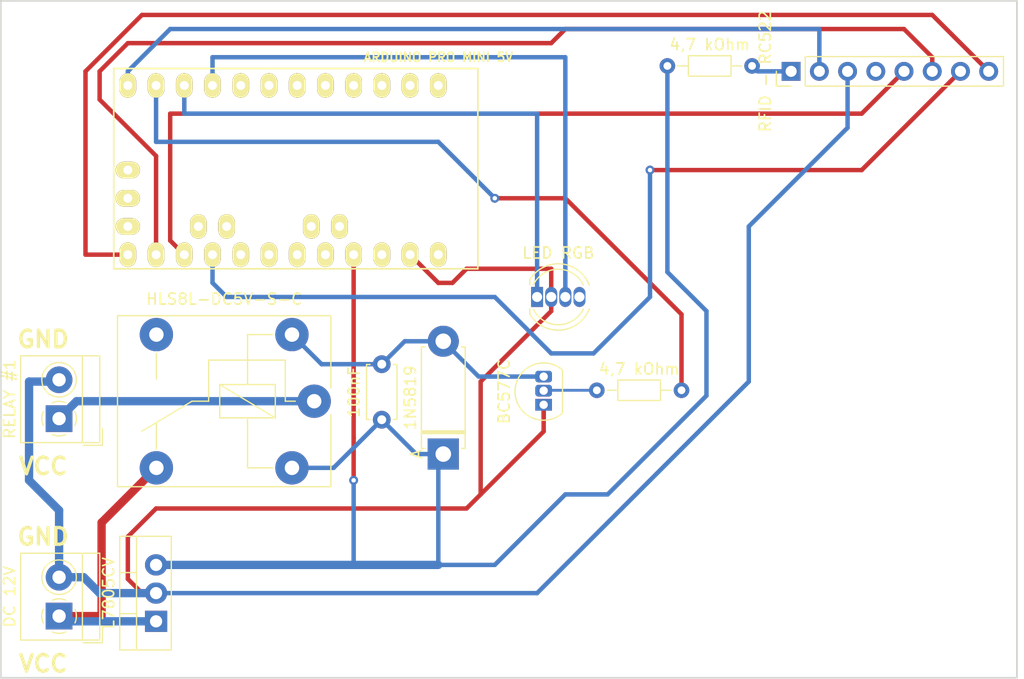
<source format=kicad_pcb>
(kicad_pcb (version 20171130) (host pcbnew "(5.1.5)-3")

  (general
    (thickness 1.6)
    (drawings 9)
    (tracks 115)
    (zones 0)
    (modules 12)
    (nets 1)
  )

  (page A4)
  (layers
    (0 F.Cu signal)
    (31 B.Cu signal)
    (32 B.Adhes user)
    (33 F.Adhes user)
    (34 B.Paste user)
    (35 F.Paste user)
    (36 B.SilkS user)
    (37 F.SilkS user)
    (38 B.Mask user)
    (39 F.Mask user)
    (40 Dwgs.User user)
    (41 Cmts.User user)
    (42 Eco1.User user)
    (43 Eco2.User user)
    (44 Edge.Cuts user)
    (45 Margin user)
    (46 B.CrtYd user)
    (47 F.CrtYd user)
    (48 B.Fab user)
    (49 F.Fab user)
  )

  (setup
    (last_trace_width 0.25)
    (user_trace_width 0.4)
    (user_trace_width 0.75)
    (trace_clearance 0.2)
    (zone_clearance 0.508)
    (zone_45_only no)
    (trace_min 0.2)
    (via_size 0.8)
    (via_drill 0.4)
    (via_min_size 0.4)
    (via_min_drill 0.3)
    (uvia_size 0.3)
    (uvia_drill 0.1)
    (uvias_allowed no)
    (uvia_min_size 0.2)
    (uvia_min_drill 0.1)
    (edge_width 0.05)
    (segment_width 0.2)
    (pcb_text_width 0.3)
    (pcb_text_size 1.5 1.5)
    (mod_edge_width 0.12)
    (mod_text_size 1 1)
    (mod_text_width 0.15)
    (pad_size 2.4 2.4)
    (pad_drill 1.2)
    (pad_to_mask_clearance 0.051)
    (solder_mask_min_width 0.25)
    (aux_axis_origin 0 0)
    (visible_elements 7FFFFFFF)
    (pcbplotparams
      (layerselection 0x010fc_ffffffff)
      (usegerberextensions false)
      (usegerberattributes false)
      (usegerberadvancedattributes false)
      (creategerberjobfile false)
      (excludeedgelayer false)
      (linewidth 0.100000)
      (plotframeref false)
      (viasonmask false)
      (mode 1)
      (useauxorigin true)
      (hpglpennumber 1)
      (hpglpenspeed 20)
      (hpglpendiameter 15.000000)
      (psnegative false)
      (psa4output false)
      (plotreference true)
      (plotvalue true)
      (plotinvisibletext false)
      (padsonsilk false)
      (subtractmaskfromsilk false)
      (outputformat 1)
      (mirror false)
      (drillshape 0)
      (scaleselection 1)
      (outputdirectory "GERBER/"))
  )

  (net 0 "")

  (net_class Default "To jest domyślna klasa połączeń."
    (clearance 0.2)
    (trace_width 0.25)
    (via_dia 0.8)
    (via_drill 0.4)
    (uvia_dia 0.3)
    (uvia_drill 0.1)
  )

  (module Resistor_THT:R_Axial_DIN0204_L3.6mm_D1.6mm_P7.62mm_Horizontal (layer F.Cu) (tedit 5AE5139B) (tstamp 5ED158F4)
    (at 82.84464 101.11232)
    (descr "Resistor, Axial_DIN0204 series, Axial, Horizontal, pin pitch=7.62mm, 0.167W, length*diameter=3.6*1.6mm^2, http://cdn-reichelt.de/documents/datenblatt/B400/1_4W%23YAG.pdf")
    (tags "Resistor Axial_DIN0204 series Axial Horizontal pin pitch 7.62mm 0.167W length 3.6mm diameter 1.6mm")
    (fp_text reference "4,7 kOhm" (at 3.81 -1.92) (layer F.SilkS)
      (effects (font (size 1 1) (thickness 0.15)))
    )
    (fp_text value 1 (at 3.81 1.92) (layer F.Fab) hide
      (effects (font (size 1 1) (thickness 0.15)))
    )
    (fp_line (start 8.57 -1.05) (end -0.95 -1.05) (layer F.CrtYd) (width 0.05))
    (fp_line (start 8.57 1.05) (end 8.57 -1.05) (layer F.CrtYd) (width 0.05))
    (fp_line (start -0.95 1.05) (end 8.57 1.05) (layer F.CrtYd) (width 0.05))
    (fp_line (start -0.95 -1.05) (end -0.95 1.05) (layer F.CrtYd) (width 0.05))
    (fp_line (start 6.68 0) (end 5.73 0) (layer F.SilkS) (width 0.12))
    (fp_line (start 0.94 0) (end 1.89 0) (layer F.SilkS) (width 0.12))
    (fp_line (start 5.73 -0.92) (end 1.89 -0.92) (layer F.SilkS) (width 0.12))
    (fp_line (start 5.73 0.92) (end 5.73 -0.92) (layer F.SilkS) (width 0.12))
    (fp_line (start 1.89 0.92) (end 5.73 0.92) (layer F.SilkS) (width 0.12))
    (fp_line (start 1.89 -0.92) (end 1.89 0.92) (layer F.SilkS) (width 0.12))
    (fp_line (start 7.62 0) (end 5.61 0) (layer F.Fab) (width 0.1))
    (fp_line (start 0 0) (end 2.01 0) (layer F.Fab) (width 0.1))
    (fp_line (start 5.61 -0.8) (end 2.01 -0.8) (layer F.Fab) (width 0.1))
    (fp_line (start 5.61 0.8) (end 5.61 -0.8) (layer F.Fab) (width 0.1))
    (fp_line (start 2.01 0.8) (end 5.61 0.8) (layer F.Fab) (width 0.1))
    (fp_line (start 2.01 -0.8) (end 2.01 0.8) (layer F.Fab) (width 0.1))
    (fp_text user %R (at 3.81 0) (layer F.Fab)
      (effects (font (size 0.72 0.72) (thickness 0.108)))
    )
    (pad 2 thru_hole oval (at 7.62 0) (size 1.4 1.4) (drill 0.7) (layers *.Cu *.Mask))
    (pad 1 thru_hole circle (at 0 0) (size 1.4 1.4) (drill 0.7) (layers *.Cu *.Mask))
    (model ${KISYS3DMOD}/Resistor_THT.3dshapes/R_Axial_DIN0204_L3.6mm_D1.6mm_P7.62mm_Horizontal.wrl
      (at (xyz 0 0 0))
      (scale (xyz 1 1 1))
      (rotate (xyz 0 0 0))
    )
  )

  (module Connector_PinHeader_2.54mm:PinHeader_1x08_P2.54mm_Vertical (layer F.Cu) (tedit 59FED5CC) (tstamp 5ED1587F)
    (at 93.98 101.6 90)
    (descr "Through hole straight pin header, 1x08, 2.54mm pitch, single row")
    (tags "Through hole pin header THT 1x08 2.54mm single row")
    (fp_text reference "RFID - RC522" (at 0 -2.33 90) (layer F.SilkS)
      (effects (font (size 1 1) (thickness 0.15)))
    )
    (fp_text value 1 (at 0 20.11 90) (layer F.Fab)
      (effects (font (size 1 1) (thickness 0.15)))
    )
    (fp_line (start 1.8 -1.8) (end -1.8 -1.8) (layer F.CrtYd) (width 0.05))
    (fp_line (start 1.8 19.55) (end 1.8 -1.8) (layer F.CrtYd) (width 0.05))
    (fp_line (start -1.8 19.55) (end 1.8 19.55) (layer F.CrtYd) (width 0.05))
    (fp_line (start -1.8 -1.8) (end -1.8 19.55) (layer F.CrtYd) (width 0.05))
    (fp_line (start -1.33 -1.33) (end 0 -1.33) (layer F.SilkS) (width 0.12))
    (fp_line (start -1.33 0) (end -1.33 -1.33) (layer F.SilkS) (width 0.12))
    (fp_line (start -1.33 1.27) (end 1.33 1.27) (layer F.SilkS) (width 0.12))
    (fp_line (start 1.33 1.27) (end 1.33 19.11) (layer F.SilkS) (width 0.12))
    (fp_line (start -1.33 1.27) (end -1.33 19.11) (layer F.SilkS) (width 0.12))
    (fp_line (start -1.33 19.11) (end 1.33 19.11) (layer F.SilkS) (width 0.12))
    (fp_line (start -1.27 -0.635) (end -0.635 -1.27) (layer F.Fab) (width 0.1))
    (fp_line (start -1.27 19.05) (end -1.27 -0.635) (layer F.Fab) (width 0.1))
    (fp_line (start 1.27 19.05) (end -1.27 19.05) (layer F.Fab) (width 0.1))
    (fp_line (start 1.27 -1.27) (end 1.27 19.05) (layer F.Fab) (width 0.1))
    (fp_line (start -0.635 -1.27) (end 1.27 -1.27) (layer F.Fab) (width 0.1))
    (pad 8 thru_hole oval (at 0 17.78 90) (size 1.7 1.7) (drill 1) (layers *.Cu *.Mask))
    (pad 7 thru_hole oval (at 0 15.24 90) (size 1.7 1.7) (drill 1) (layers *.Cu *.Mask))
    (pad 6 thru_hole oval (at 0 12.7 90) (size 1.7 1.7) (drill 1) (layers *.Cu *.Mask))
    (pad 5 thru_hole oval (at 0 10.16 90) (size 1.7 1.7) (drill 1) (layers *.Cu *.Mask))
    (pad 4 thru_hole oval (at 0 7.62 90) (size 1.7 1.7) (drill 1) (layers *.Cu *.Mask))
    (pad 3 thru_hole oval (at 0 5.08 90) (size 1.7 1.7) (drill 1) (layers *.Cu *.Mask))
    (pad 2 thru_hole oval (at 0 2.54 90) (size 1.7 1.7) (drill 1) (layers *.Cu *.Mask))
    (pad 1 thru_hole rect (at 0 0 90) (size 1.7 1.7) (drill 1) (layers *.Cu *.Mask))
    (model ${KISYS3DMOD}/Connector_PinHeader_2.54mm.3dshapes/PinHeader_1x08_P2.54mm_Vertical.wrl
      (at (xyz 0 0 0))
      (scale (xyz 1 1 1))
      (rotate (xyz 0 0 0))
    )
  )

  (module LED_THT:LED_D5.0mm-4_RGB (layer F.Cu) (tedit 5B74EEBE) (tstamp 5ED13C3F)
    (at 71.12 121.92)
    (descr "LED, diameter 5.0mm, 2 pins, diameter 5.0mm, 3 pins, diameter 5.0mm, 4 pins, http://www.kingbright.com/attachments/file/psearch/000/00/00/L-154A4SUREQBFZGEW(Ver.9A).pdf")
    (tags "LED diameter 5.0mm 2 pins diameter 5.0mm 3 pins diameter 5.0mm 4 pins RGB RGBLED")
    (fp_text reference "LED RGB" (at 1.905 -3.96) (layer F.SilkS)
      (effects (font (size 1 1) (thickness 0.15)))
    )
    (fp_text value LED_D5.0mm-4_RGB (at 1.905 3.96) (layer F.Fab)
      (effects (font (size 1 1) (thickness 0.15)))
    )
    (fp_line (start 5.15 -3.25) (end -1.35 -3.25) (layer F.CrtYd) (width 0.05))
    (fp_line (start 5.15 3.25) (end 5.15 -3.25) (layer F.CrtYd) (width 0.05))
    (fp_line (start -1.35 3.25) (end 5.15 3.25) (layer F.CrtYd) (width 0.05))
    (fp_line (start -1.35 -3.25) (end -1.35 3.25) (layer F.CrtYd) (width 0.05))
    (fp_line (start -0.655 1.08) (end -0.655 1.545) (layer F.SilkS) (width 0.12))
    (fp_line (start -0.655 -1.545) (end -0.655 -1.08) (layer F.SilkS) (width 0.12))
    (fp_line (start -0.595 -1.469694) (end -0.595 1.469694) (layer F.Fab) (width 0.1))
    (fp_circle (center 1.905 0) (end 4.405 0) (layer F.Fab) (width 0.1))
    (fp_text user %R (at 1.905 -3.96) (layer F.Fab)
      (effects (font (size 1 1) (thickness 0.15)))
    )
    (fp_arc (start 1.905 0) (end -0.349684 1.08) (angle -128.8) (layer F.SilkS) (width 0.12))
    (fp_arc (start 1.905 0) (end -0.349684 -1.08) (angle 128.8) (layer F.SilkS) (width 0.12))
    (fp_arc (start 1.905 0) (end -0.655 1.54483) (angle -127.7) (layer F.SilkS) (width 0.12))
    (fp_arc (start 1.905 0) (end -0.655 -1.54483) (angle 127.7) (layer F.SilkS) (width 0.12))
    (fp_arc (start 1.905 0) (end -0.595 -1.469694) (angle 299.1) (layer F.Fab) (width 0.1))
    (pad 4 thru_hole oval (at 3.81 0) (size 1.07 1.8) (drill 0.9) (layers *.Cu *.Mask))
    (pad 3 thru_hole oval (at 2.54 0) (size 1.07 1.8) (drill 0.9) (layers *.Cu *.Mask))
    (pad 2 thru_hole oval (at 1.27 0) (size 1.07 1.8) (drill 0.9) (layers *.Cu *.Mask))
    (pad 1 thru_hole rect (at 0 0) (size 1.07 1.8) (drill 0.9) (layers *.Cu *.Mask))
    (model ${KISYS3DMOD}/LED_THT.3dshapes/LED_D5.0mm-4_RGB.wrl
      (at (xyz 0 0 0))
      (scale (xyz 1 1 1))
      (rotate (xyz 0 0 0))
    )
  )

  (module mysensors_arduino:pro_mini (layer F.Cu) (tedit 55A3E6CB) (tstamp 5ED1386C)
    (at 48.26 110.49 180)
    (descr "IC, ARDUINO_PRO_MINI x 0,6\"")
    (tags "DIL ARDUINO PRO MINI")
    (fp_text reference "ARDUINO PRO MINI 5V" (at -13.97 10.16) (layer F.SilkS)
      (effects (font (size 0.8 0.8) (thickness 0.16)))
    )
    (fp_text value ArduinoProMini (at 0 0) (layer F.Fab) hide
      (effects (font (size 0.8 0.8) (thickness 0.16)))
    )
    (fp_line (start -17.526 -8.89) (end 15.24 -8.89) (layer F.SilkS) (width 0.15))
    (fp_line (start 15.24 9.144) (end -17.526 9.144) (layer F.SilkS) (width 0.15))
    (fp_line (start -17.526 -8.89) (end -17.526 9.144) (layer F.SilkS) (width 0.15))
    (fp_line (start 15.24 9.144) (end 15.24 -8.89) (layer F.SilkS) (width 0.15))
    (pad 29 thru_hole oval (at 13.97 0 180) (size 2.19964 1.50114) (drill 0.8001) (layers *.Cu *.Mask F.SilkS))
    (pad 28 thru_hole oval (at 13.97 -2.54 180) (size 2.19964 1.50114) (drill 0.8001) (layers *.Cu *.Mask F.SilkS))
    (pad 27 thru_hole oval (at 13.97 -5.08 180) (size 2.19964 1.50114) (drill 0.8001) (layers *.Cu *.Mask F.SilkS))
    (pad 26 thru_hole oval (at -5.08 -5.08 180) (size 1.50114 2.19964) (drill 0.8001) (layers *.Cu *.Mask F.SilkS))
    (pad 25 thru_hole oval (at -2.54 -5.08 180) (size 1.50114 2.19964) (drill 0.8001) (layers *.Cu *.Mask F.SilkS))
    (pad 24 thru_hole oval (at -13.97 -7.62 180) (size 1.50114 2.19964) (drill 0.8001) (layers *.Cu *.Mask F.SilkS))
    (pad 23 thru_hole oval (at -11.43 -7.62 180) (size 1.50114 2.19964) (drill 0.8001) (layers *.Cu *.Mask F.SilkS))
    (pad 22 thru_hole oval (at -8.89 -7.62 180) (size 1.50114 2.19964) (drill 0.8001) (layers *.Cu *.Mask F.SilkS))
    (pad 21 thru_hole oval (at -6.35 -7.62 180) (size 1.50114 2.19964) (drill 0.8001) (layers *.Cu *.Mask F.SilkS))
    (pad 20 thru_hole oval (at -3.81 -7.62 180) (size 1.50114 2.19964) (drill 0.8001) (layers *.Cu *.Mask F.SilkS))
    (pad 19 thru_hole oval (at -1.27 -7.62 180) (size 1.50114 2.19964) (drill 0.8001) (layers *.Cu *.Mask F.SilkS))
    (pad 18 thru_hole oval (at 1.27 -7.62 180) (size 1.50114 2.19964) (drill 0.8001) (layers *.Cu *.Mask F.SilkS))
    (pad 17 thru_hole oval (at 3.81 -7.62 180) (size 1.50114 2.19964) (drill 0.8001) (layers *.Cu *.Mask F.SilkS))
    (pad 16 thru_hole oval (at 6.35 -7.62 180) (size 1.50114 2.19964) (drill 0.8001) (layers *.Cu *.Mask F.SilkS))
    (pad 15 thru_hole oval (at 8.89 -7.62 180) (size 1.50114 2.19964) (drill 0.8001) (layers *.Cu *.Mask F.SilkS))
    (pad 14 thru_hole oval (at 11.43 -7.62 180) (size 1.50114 2.19964) (drill 0.8001) (layers *.Cu *.Mask F.SilkS))
    (pad 13 thru_hole oval (at 13.97 -7.62 180) (size 1.50114 2.19964) (drill 0.8001) (layers *.Cu *.Mask F.SilkS))
    (pad 12 thru_hole oval (at 13.97 7.62 180) (size 1.50114 2.19964) (drill 0.8001) (layers *.Cu *.Mask F.SilkS))
    (pad 11 thru_hole oval (at 11.43 7.62 180) (size 1.50114 2.19964) (drill 0.8001) (layers *.Cu *.Mask F.SilkS))
    (pad 10 thru_hole oval (at 8.89 7.62 180) (size 1.50114 2.19964) (drill 0.8001) (layers *.Cu *.Mask F.SilkS))
    (pad 9 thru_hole oval (at 6.35 7.62 180) (size 1.50114 2.19964) (drill 0.8001) (layers *.Cu *.Mask F.SilkS))
    (pad 8 thru_hole oval (at 3.81 7.62 180) (size 1.50114 2.19964) (drill 0.8001) (layers *.Cu *.Mask F.SilkS))
    (pad 7 thru_hole oval (at 1.27 7.62 180) (size 1.50114 2.19964) (drill 0.8001) (layers *.Cu *.Mask F.SilkS))
    (pad 6 thru_hole oval (at -1.27 7.62 180) (size 1.50114 2.19964) (drill 0.8001) (layers *.Cu *.Mask F.SilkS))
    (pad 5 thru_hole oval (at -3.81 7.62 180) (size 1.50114 2.19964) (drill 0.8001) (layers *.Cu *.Mask F.SilkS))
    (pad 4 thru_hole oval (at -6.35 7.62 180) (size 1.50114 2.19964) (drill 0.8001) (layers *.Cu *.Mask F.SilkS))
    (pad 3 thru_hole oval (at -8.89 7.62 180) (size 1.50114 2.19964) (drill 0.8001) (layers *.Cu *.Mask F.SilkS))
    (pad 2 thru_hole oval (at -11.43 7.62 180) (size 1.50114 2.19964) (drill 0.8001) (layers *.Cu *.Mask F.SilkS))
    (pad 1 thru_hole oval (at -13.97 7.62 180) (size 1.50114 2.19964) (drill 0.8001) (layers *.Cu *.Mask F.SilkS))
    (pad 27 thru_hole oval (at 7.62 -5.08 180) (size 1.50114 2.19964) (drill 0.8001) (layers *.Cu *.Mask F.SilkS))
    (pad 28 thru_hole oval (at 5.08 -5.08 180) (size 1.50114 2.19964) (drill 0.8001) (layers *.Cu *.Mask F.SilkS))
    (model Socket_Strips.3dshapes/Socket_Strip_Straight_1x02_Pitch2.54mm.wrl
      (offset (xyz -3.809999942779541 5.079999923706055 0))
      (scale (xyz 1 1 1))
      (rotate (xyz 0 0 0))
    )
    (model Socket_Strips.3dshapes/Socket_Strip_Straight_1x03_Pitch2.54mm.wrl
      (offset (xyz 13.96999979019165 2.539999961853027 0))
      (scale (xyz 1 1 1))
      (rotate (xyz 0 0 90))
    )
    (model Socket_Strips.3dshapes/Socket_Strip_Straight_1x12_Pitch2.54mm.wrl
      (offset (xyz 0 7.619999885559082 0))
      (scale (xyz 1 1 1))
      (rotate (xyz 0 0 0))
    )
    (model Socket_Strips.3dshapes/Socket_Strip_Straight_1x12_Pitch2.54mm.wrl
      (offset (xyz 0 -7.619999885559082 0))
      (scale (xyz 1 1 1))
      (rotate (xyz 0 0 0))
    )
    (model Socket_Strips.3dshapes/Socket_Strip_Straight_1x02_Pitch2.54mm.wrl
      (offset (xyz 6.349999904632568 5.079999923706055 0))
      (scale (xyz 1 1 1))
      (rotate (xyz 0 0 0))
    )
    (model ${MYSLOCAL}/mysensors.3dshapes/mysensors_arduino.3dshapes/arduino_pro_mini.wrl
      (offset (xyz -1.269999980926514 0 12.19199981689453))
      (scale (xyz 0.395 0.395 0.395))
      (rotate (xyz 0 0 180))
    )
    (model SMD_Packages.3dshapes/TQFP-32.wrl
      (offset (xyz 1.269999980926514 0 13.01749980449676))
      (scale (xyz 1 1 1))
      (rotate (xyz 0 0 315))
    )
    (model Pin_Headers.3dshapes/Pin_Header_Straight_1x12_Pitch2.54mm.wrl
      (offset (xyz 13.96999979019165 -7.619999885559082 11.30299983024597))
      (scale (xyz 1 1 1))
      (rotate (xyz 0 180 90))
    )
    (model Pin_Headers.3dshapes/Pin_Header_Straight_1x12_Pitch2.54mm.wrl
      (offset (xyz 13.96999979019165 7.619999885559082 11.30299983024597))
      (scale (xyz 1 1 1))
      (rotate (xyz 0 180 90))
    )
    (model Pin_Headers.3dshapes/Pin_Header_Straight_1x03_Pitch2.54mm.wrl
      (offset (xyz 13.96999979019165 5.079999923706055 11.30299983024597))
      (scale (xyz 1 1 1))
      (rotate (xyz 0 180 0))
    )
    (model Pin_Headers.3dshapes/Pin_Header_Straight_1x02_Pitch2.54mm.wrl
      (offset (xyz 7.619999885559082 5.079999923706055 11.30299983024597))
      (scale (xyz 1 1 1))
      (rotate (xyz 0 180 90))
    )
    (model Pin_Headers.3dshapes/Pin_Header_Straight_1x02_Pitch2.54mm.wrl
      (offset (xyz -2.539999961853027 5.079999923706055 11.30299983024597))
      (scale (xyz 1 1 1))
      (rotate (xyz 0 180 90))
    )
    (model ${MYSLOCAL}/mysensors.3dshapes/w.lain.3dshapes/smd_leds/led_0603.wrl
      (offset (xyz -7.619999885559082 0 13.01749980449676))
      (scale (xyz 1 1 1))
      (rotate (xyz 0 0 0))
    )
    (model ${MYSLOCAL}/mysensors.3dshapes/w.lain.3dshapes/smd_leds/led_0603.wrl
      (offset (xyz 13.96999979019165 -4.444999933242798 13.01749980449676))
      (scale (xyz 1 1 1))
      (rotate (xyz 0 0 0))
    )
    (model Pin_Headers.3dshapes/Pin_Header_Angled_1x06_Pitch2.54mm.wrl
      (offset (xyz -16.50999975204468 -6.349999904632568 13.01749980449676))
      (scale (xyz 1 1 1))
      (rotate (xyz 0 0 180))
    )
    (model Resistors_SMD.3dshapes/R_0603.wrl
      (offset (xyz -7.619999885559082 -1.269999980926514 13.01749980449676))
      (scale (xyz 1 1 1))
      (rotate (xyz 0 0 0))
    )
    (model Resistors_SMD.3dshapes/R_0603.wrl
      (offset (xyz 13.96999979019165 -3.174999952316284 13.01749980449676))
      (scale (xyz 1 1 1))
      (rotate (xyz 0 0 0))
    )
    (model Capacitors_SMD.3dshapes/C_0603.wrl
      (offset (xyz -7.619999885559082 1.269999980926514 13.01749980449676))
      (scale (xyz 1 1 1))
      (rotate (xyz 0 0 0))
    )
    (model Capacitors_Tantalum_SMD.3dshapes/CP_Tantalum_Case-S_EIA-3216-12.wrl
      (offset (xyz -8.889999866485596 3.809999942779541 13.01749980449676))
      (scale (xyz 1 1 1))
      (rotate (xyz 0 0 0))
    )
    (model Capacitors_Tantalum_SMD.3dshapes/CP_Tantalum_Case-S_EIA-3216-12.wrl
      (offset (xyz -8.889999866485596 -3.809999942779541 13.01749980449676))
      (scale (xyz 1 1 1))
      (rotate (xyz 0 0 0))
    )
    (model TO_SOT_Packages_SMD.3dshapes/SOT-23-5.wrl
      (offset (xyz -10.15999984741211 0 13.01749980449676))
      (scale (xyz 1 1 1))
      (rotate (xyz 0 0 90))
    )
    (model Capacitors_SMD.3dshapes/C_1210.wrl
      (offset (xyz -12.69999980926514 0 13.01749980449676))
      (scale (xyz 1 1 1))
      (rotate (xyz 0 0 90))
    )
    (model ${MYSLOCAL}/mysensors.3dshapes/w.lain.3dshapes/switch/smd_push.wrl
      (offset (xyz 10.15999984741211 0 13.01749980449676))
      (scale (xyz 1 1 1))
      (rotate (xyz 0 0 90))
    )
  )

  (module TerminalBlock_4Ucon:TerminalBlock_4Ucon_1x02_P3.50mm_Horizontal (layer F.Cu) (tedit 5B294E91) (tstamp 5ED13C32)
    (at 28.10256 150.65756 90)
    (descr "Terminal Block 4Ucon ItemNo. 19963, 2 pins, pitch 3.5mm, size 7.7x7mm^2, drill diamater 1.2mm, pad diameter 2.4mm, see http://www.4uconnector.com/online/object/4udrawing/19963.pdf, script-generated using https://github.com/pointhi/kicad-footprint-generator/scripts/TerminalBlock_4Ucon")
    (tags "THT Terminal Block 4Ucon ItemNo. 19963 pitch 3.5mm size 7.7x7mm^2 drill 1.2mm pad 2.4mm")
    (fp_text reference "DC 12V" (at 1.75 -4.46 90) (layer F.SilkS)
      (effects (font (size 1 1) (thickness 0.15)))
    )
    (fp_text value 1 (at 1.75 4.66 90) (layer F.Fab) hide
      (effects (font (size 1 1) (thickness 0.15)))
    )
    (fp_circle (center 0 0) (end 1.375 0) (layer F.Fab) (width 0.1))
    (fp_circle (center 3.5 0) (end 4.875 0) (layer F.Fab) (width 0.1))
    (fp_circle (center 3.5 0) (end 5.055 0) (layer F.SilkS) (width 0.12))
    (fp_line (start -2.1 -3.4) (end 5.6 -3.4) (layer F.Fab) (width 0.1))
    (fp_line (start 5.6 -3.4) (end 5.6 3.6) (layer F.Fab) (width 0.1))
    (fp_line (start 5.6 3.6) (end -0.6 3.6) (layer F.Fab) (width 0.1))
    (fp_line (start -0.6 3.6) (end -2.1 2.1) (layer F.Fab) (width 0.1))
    (fp_line (start -2.1 2.1) (end -2.1 -3.4) (layer F.Fab) (width 0.1))
    (fp_line (start -2.1 2.1) (end 5.6 2.1) (layer F.Fab) (width 0.1))
    (fp_line (start -2.16 2.1) (end 5.66 2.1) (layer F.SilkS) (width 0.12))
    (fp_line (start -2.16 -3.46) (end 5.66 -3.46) (layer F.SilkS) (width 0.12))
    (fp_line (start -2.16 3.66) (end 5.66 3.66) (layer F.SilkS) (width 0.12))
    (fp_line (start -2.16 -3.46) (end -2.16 3.66) (layer F.SilkS) (width 0.12))
    (fp_line (start 5.66 -3.46) (end 5.66 3.66) (layer F.SilkS) (width 0.12))
    (fp_line (start -1.1 -0.069) (end -0.069 -0.069) (layer F.Fab) (width 0.1))
    (fp_line (start -0.069 -0.069) (end -0.069 -1.1) (layer F.Fab) (width 0.1))
    (fp_line (start -0.069 -1.1) (end 0.069 -1.1) (layer F.Fab) (width 0.1))
    (fp_line (start 0.069 -1.1) (end 0.069 -0.069) (layer F.Fab) (width 0.1))
    (fp_line (start 0.069 -0.069) (end 1.1 -0.069) (layer F.Fab) (width 0.1))
    (fp_line (start 1.1 -0.069) (end 1.1 0.069) (layer F.Fab) (width 0.1))
    (fp_line (start 1.1 0.069) (end 0.069 0.069) (layer F.Fab) (width 0.1))
    (fp_line (start 0.069 0.069) (end 0.069 1.1) (layer F.Fab) (width 0.1))
    (fp_line (start 0.069 1.1) (end -0.069 1.1) (layer F.Fab) (width 0.1))
    (fp_line (start -0.069 1.1) (end -0.069 0.069) (layer F.Fab) (width 0.1))
    (fp_line (start -0.069 0.069) (end -1.1 0.069) (layer F.Fab) (width 0.1))
    (fp_line (start -1.1 0.069) (end -1.1 -0.069) (layer F.Fab) (width 0.1))
    (fp_line (start 2.4 -0.069) (end 3.431 -0.069) (layer F.Fab) (width 0.1))
    (fp_line (start 3.431 -0.069) (end 3.431 -1.1) (layer F.Fab) (width 0.1))
    (fp_line (start 3.431 -1.1) (end 3.569 -1.1) (layer F.Fab) (width 0.1))
    (fp_line (start 3.569 -1.1) (end 3.569 -0.069) (layer F.Fab) (width 0.1))
    (fp_line (start 3.569 -0.069) (end 4.6 -0.069) (layer F.Fab) (width 0.1))
    (fp_line (start 4.6 -0.069) (end 4.6 0.069) (layer F.Fab) (width 0.1))
    (fp_line (start 4.6 0.069) (end 3.569 0.069) (layer F.Fab) (width 0.1))
    (fp_line (start 3.569 0.069) (end 3.569 1.1) (layer F.Fab) (width 0.1))
    (fp_line (start 3.569 1.1) (end 3.431 1.1) (layer F.Fab) (width 0.1))
    (fp_line (start 3.431 1.1) (end 3.431 0.069) (layer F.Fab) (width 0.1))
    (fp_line (start 3.431 0.069) (end 2.4 0.069) (layer F.Fab) (width 0.1))
    (fp_line (start 2.4 0.069) (end 2.4 -0.069) (layer F.Fab) (width 0.1))
    (fp_line (start -2.4 2.16) (end -2.4 3.9) (layer F.SilkS) (width 0.12))
    (fp_line (start -2.4 3.9) (end -0.9 3.9) (layer F.SilkS) (width 0.12))
    (fp_line (start -2.6 -3.9) (end -2.6 4.1) (layer F.CrtYd) (width 0.05))
    (fp_line (start -2.6 4.1) (end 6.1 4.1) (layer F.CrtYd) (width 0.05))
    (fp_line (start 6.1 4.1) (end 6.1 -3.9) (layer F.CrtYd) (width 0.05))
    (fp_line (start 6.1 -3.9) (end -2.6 -3.9) (layer F.CrtYd) (width 0.05))
    (fp_text user %R (at 1.75 2.9 90) (layer F.Fab) hide
      (effects (font (size 1 1) (thickness 0.15)))
    )
    (fp_arc (start 0 0) (end -0.608 1.432) (angle -24) (layer F.SilkS) (width 0.12))
    (fp_arc (start 0 0) (end -1.432 -0.608) (angle -46) (layer F.SilkS) (width 0.12))
    (fp_arc (start 0 0) (end 0.608 -1.432) (angle -46) (layer F.SilkS) (width 0.12))
    (fp_arc (start 0 0) (end 1.432 0.608) (angle -46) (layer F.SilkS) (width 0.12))
    (fp_arc (start 0 0) (end 0 1.555) (angle -23) (layer F.SilkS) (width 0.12))
    (pad 2 thru_hole circle (at 3.5 0 90) (size 2.4 2.4) (drill 1.2) (layers *.Cu *.Mask))
    (pad 1 thru_hole rect (at 0 0 90) (size 2.4 2.4) (drill 1.2) (layers *.Cu *.Mask))
    (model ${KISYS3DMOD}/TerminalBlock_4Ucon.3dshapes/TerminalBlock_4Ucon_1x02_P3.50mm_Horizontal.wrl
      (at (xyz 0 0 0))
      (scale (xyz 1 1 1))
      (rotate (xyz 0 0 0))
    )
  )

  (module Package_TO_SOT_THT:TO-220-3_Vertical (layer F.Cu) (tedit 5AC8BA0D) (tstamp 5ED13B70)
    (at 36.83 151.13 90)
    (descr "TO-220-3, Vertical, RM 2.54mm, see https://www.vishay.com/docs/66542/to-220-1.pdf")
    (tags "TO-220-3 Vertical RM 2.54mm")
    (fp_text reference L7805CV (at 2.54 -4.27 90) (layer F.SilkS)
      (effects (font (size 1 1) (thickness 0.15)))
    )
    (fp_text value TO-220-3_Vertical (at 2.54 2.5 90) (layer F.Fab)
      (effects (font (size 1 1) (thickness 0.15)))
    )
    (fp_line (start 7.79 -3.4) (end -2.71 -3.4) (layer F.CrtYd) (width 0.05))
    (fp_line (start 7.79 1.51) (end 7.79 -3.4) (layer F.CrtYd) (width 0.05))
    (fp_line (start -2.71 1.51) (end 7.79 1.51) (layer F.CrtYd) (width 0.05))
    (fp_line (start -2.71 -3.4) (end -2.71 1.51) (layer F.CrtYd) (width 0.05))
    (fp_line (start 4.391 -3.27) (end 4.391 -1.76) (layer F.SilkS) (width 0.12))
    (fp_line (start 0.69 -3.27) (end 0.69 -1.76) (layer F.SilkS) (width 0.12))
    (fp_line (start -2.58 -1.76) (end 7.66 -1.76) (layer F.SilkS) (width 0.12))
    (fp_line (start 7.66 -3.27) (end 7.66 1.371) (layer F.SilkS) (width 0.12))
    (fp_line (start -2.58 -3.27) (end -2.58 1.371) (layer F.SilkS) (width 0.12))
    (fp_line (start -2.58 1.371) (end 7.66 1.371) (layer F.SilkS) (width 0.12))
    (fp_line (start -2.58 -3.27) (end 7.66 -3.27) (layer F.SilkS) (width 0.12))
    (fp_line (start 4.39 -3.15) (end 4.39 -1.88) (layer F.Fab) (width 0.1))
    (fp_line (start 0.69 -3.15) (end 0.69 -1.88) (layer F.Fab) (width 0.1))
    (fp_line (start -2.46 -1.88) (end 7.54 -1.88) (layer F.Fab) (width 0.1))
    (fp_line (start 7.54 -3.15) (end -2.46 -3.15) (layer F.Fab) (width 0.1))
    (fp_line (start 7.54 1.25) (end 7.54 -3.15) (layer F.Fab) (width 0.1))
    (fp_line (start -2.46 1.25) (end 7.54 1.25) (layer F.Fab) (width 0.1))
    (fp_line (start -2.46 -3.15) (end -2.46 1.25) (layer F.Fab) (width 0.1))
    (fp_text user %R (at 2.54 -4.27 90) (layer F.Fab)
      (effects (font (size 1 1) (thickness 0.15)))
    )
    (pad 3 thru_hole oval (at 5.08 0 90) (size 1.905 2) (drill 1.1) (layers *.Cu *.Mask))
    (pad 2 thru_hole oval (at 2.54 0 90) (size 1.905 2) (drill 1.1) (layers *.Cu *.Mask))
    (pad 1 thru_hole rect (at 0 0 90) (size 1.905 2) (drill 1.1) (layers *.Cu *.Mask))
    (model ${KISYS3DMOD}/Package_TO_SOT_THT.3dshapes/TO-220-3_Vertical.wrl
      (at (xyz 0 0 0))
      (scale (xyz 1 1 1))
      (rotate (xyz 0 0 0))
    )
  )

  (module Resistor_THT:R_Axial_DIN0204_L3.6mm_D1.6mm_P7.62mm_Horizontal (layer F.Cu) (tedit 5AE5139B) (tstamp 5ED0C722)
    (at 76.49464 130.32232)
    (descr "Resistor, Axial_DIN0204 series, Axial, Horizontal, pin pitch=7.62mm, 0.167W, length*diameter=3.6*1.6mm^2, http://cdn-reichelt.de/documents/datenblatt/B400/1_4W%23YAG.pdf")
    (tags "Resistor Axial_DIN0204 series Axial Horizontal pin pitch 7.62mm 0.167W length 3.6mm diameter 1.6mm")
    (fp_text reference "4,7 kOhm" (at 3.81 -1.92) (layer F.SilkS)
      (effects (font (size 1 1) (thickness 0.15)))
    )
    (fp_text value 1 (at 3.81 1.92) (layer F.Fab) hide
      (effects (font (size 1 1) (thickness 0.15)))
    )
    (fp_line (start 8.57 -1.05) (end -0.95 -1.05) (layer F.CrtYd) (width 0.05))
    (fp_line (start 8.57 1.05) (end 8.57 -1.05) (layer F.CrtYd) (width 0.05))
    (fp_line (start -0.95 1.05) (end 8.57 1.05) (layer F.CrtYd) (width 0.05))
    (fp_line (start -0.95 -1.05) (end -0.95 1.05) (layer F.CrtYd) (width 0.05))
    (fp_line (start 6.68 0) (end 5.73 0) (layer F.SilkS) (width 0.12))
    (fp_line (start 0.94 0) (end 1.89 0) (layer F.SilkS) (width 0.12))
    (fp_line (start 5.73 -0.92) (end 1.89 -0.92) (layer F.SilkS) (width 0.12))
    (fp_line (start 5.73 0.92) (end 5.73 -0.92) (layer F.SilkS) (width 0.12))
    (fp_line (start 1.89 0.92) (end 5.73 0.92) (layer F.SilkS) (width 0.12))
    (fp_line (start 1.89 -0.92) (end 1.89 0.92) (layer F.SilkS) (width 0.12))
    (fp_line (start 7.62 0) (end 5.61 0) (layer F.Fab) (width 0.1))
    (fp_line (start 0 0) (end 2.01 0) (layer F.Fab) (width 0.1))
    (fp_line (start 5.61 -0.8) (end 2.01 -0.8) (layer F.Fab) (width 0.1))
    (fp_line (start 5.61 0.8) (end 5.61 -0.8) (layer F.Fab) (width 0.1))
    (fp_line (start 2.01 0.8) (end 5.61 0.8) (layer F.Fab) (width 0.1))
    (fp_line (start 2.01 -0.8) (end 2.01 0.8) (layer F.Fab) (width 0.1))
    (fp_text user %R (at 3.81 0) (layer F.Fab)
      (effects (font (size 0.72 0.72) (thickness 0.108)))
    )
    (pad 1 thru_hole circle (at 0 0) (size 1.4 1.4) (drill 0.7) (layers *.Cu *.Mask))
    (pad 2 thru_hole oval (at 7.62 0) (size 1.4 1.4) (drill 0.7) (layers *.Cu *.Mask))
    (model ${KISYS3DMOD}/Resistor_THT.3dshapes/R_Axial_DIN0204_L3.6mm_D1.6mm_P7.62mm_Horizontal.wrl
      (at (xyz 0 0 0))
      (scale (xyz 1 1 1))
      (rotate (xyz 0 0 0))
    )
  )

  (module Package_TO_SOT_THT:TO-92L_Inline (layer F.Cu) (tedit 5A279A44) (tstamp 5ED0540F)
    (at 71.70928 131.62788 90)
    (descr "TO-92L leads in-line (large body variant of TO-92), also known as TO-226, wide, drill 0.75mm (see https://www.diodes.com/assets/Package-Files/TO92L.pdf and http://www.ti.com/lit/an/snoa059/snoa059.pdf)")
    (tags "TO-92L Inline Wide transistor")
    (fp_text reference BC577C (at 1.19 -3.56 90) (layer F.SilkS)
      (effects (font (size 1 1) (thickness 0.15)))
    )
    (fp_text value 1 (at 1.19 2.79 90) (layer F.Fab) hide
      (effects (font (size 1 1) (thickness 0.15)))
    )
    (fp_line (start -0.75 1.7) (end 3.1 1.7) (layer F.SilkS) (width 0.12))
    (fp_line (start -0.7 1.6) (end 3.05 1.6) (layer F.Fab) (width 0.1))
    (fp_line (start -1.55 -2.75) (end 3.95 -2.75) (layer F.CrtYd) (width 0.05))
    (fp_line (start -1.55 -2.75) (end -1.55 1.85) (layer F.CrtYd) (width 0.05))
    (fp_line (start 3.95 1.85) (end 3.95 -2.75) (layer F.CrtYd) (width 0.05))
    (fp_line (start 3.95 1.85) (end -1.55 1.85) (layer F.CrtYd) (width 0.05))
    (fp_arc (start 1.19 0) (end -0.75 1.7) (angle 262.164354) (layer F.SilkS) (width 0.12))
    (fp_arc (start 1.19 0) (end 1.19 -2.48) (angle 129.9527847) (layer F.Fab) (width 0.1))
    (fp_arc (start 1.19 0) (end 1.19 -2.48) (angle -130.2499344) (layer F.Fab) (width 0.1))
    (pad 2 thru_hole roundrect (at 1.27 0 90) (size 1.05 1.5) (drill 0.75) (layers *.Cu *.Mask) (roundrect_rratio 0.25))
    (pad 3 thru_hole roundrect (at 2.54 0 90) (size 1.05 1.5) (drill 0.75) (layers *.Cu *.Mask) (roundrect_rratio 0.25))
    (pad 1 thru_hole rect (at 0 0 90) (size 1.05 1.5) (drill 0.75) (layers *.Cu *.Mask))
    (model ${KISYS3DMOD}/Package_TO_SOT_THT.3dshapes/TO-92L_Inline.wrl
      (at (xyz 0 0 0))
      (scale (xyz 1 1 1))
      (rotate (xyz 0 0 0))
    )
  )

  (module TerminalBlock_4Ucon:TerminalBlock_4Ucon_1x02_P3.50mm_Horizontal (layer F.Cu) (tedit 5B294E91) (tstamp 5ED04C61)
    (at 28.10256 132.87756 90)
    (descr "Terminal Block 4Ucon ItemNo. 19963, 2 pins, pitch 3.5mm, size 7.7x7mm^2, drill diamater 1.2mm, pad diameter 2.4mm, see http://www.4uconnector.com/online/object/4udrawing/19963.pdf, script-generated using https://github.com/pointhi/kicad-footprint-generator/scripts/TerminalBlock_4Ucon")
    (tags "THT Terminal Block 4Ucon ItemNo. 19963 pitch 3.5mm size 7.7x7mm^2 drill 1.2mm pad 2.4mm")
    (fp_text reference "RELAY #1" (at 1.75 -4.46 90) (layer F.SilkS)
      (effects (font (size 1 1) (thickness 0.15)))
    )
    (fp_text value 1 (at 1.75 4.66 90) (layer F.Fab) hide
      (effects (font (size 1 1) (thickness 0.15)))
    )
    (fp_circle (center 0 0) (end 1.375 0) (layer F.Fab) (width 0.1))
    (fp_circle (center 3.5 0) (end 4.875 0) (layer F.Fab) (width 0.1))
    (fp_circle (center 3.5 0) (end 5.055 0) (layer F.SilkS) (width 0.12))
    (fp_line (start -2.1 -3.4) (end 5.6 -3.4) (layer F.Fab) (width 0.1))
    (fp_line (start 5.6 -3.4) (end 5.6 3.6) (layer F.Fab) (width 0.1))
    (fp_line (start 5.6 3.6) (end -0.6 3.6) (layer F.Fab) (width 0.1))
    (fp_line (start -0.6 3.6) (end -2.1 2.1) (layer F.Fab) (width 0.1))
    (fp_line (start -2.1 2.1) (end -2.1 -3.4) (layer F.Fab) (width 0.1))
    (fp_line (start -2.1 2.1) (end 5.6 2.1) (layer F.Fab) (width 0.1))
    (fp_line (start -2.16 2.1) (end 5.66 2.1) (layer F.SilkS) (width 0.12))
    (fp_line (start -2.16 -3.46) (end 5.66 -3.46) (layer F.SilkS) (width 0.12))
    (fp_line (start -2.16 3.66) (end 5.66 3.66) (layer F.SilkS) (width 0.12))
    (fp_line (start -2.16 -3.46) (end -2.16 3.66) (layer F.SilkS) (width 0.12))
    (fp_line (start 5.66 -3.46) (end 5.66 3.66) (layer F.SilkS) (width 0.12))
    (fp_line (start -1.1 -0.069) (end -0.069 -0.069) (layer F.Fab) (width 0.1))
    (fp_line (start -0.069 -0.069) (end -0.069 -1.1) (layer F.Fab) (width 0.1))
    (fp_line (start -0.069 -1.1) (end 0.069 -1.1) (layer F.Fab) (width 0.1))
    (fp_line (start 0.069 -1.1) (end 0.069 -0.069) (layer F.Fab) (width 0.1))
    (fp_line (start 0.069 -0.069) (end 1.1 -0.069) (layer F.Fab) (width 0.1))
    (fp_line (start 1.1 -0.069) (end 1.1 0.069) (layer F.Fab) (width 0.1))
    (fp_line (start 1.1 0.069) (end 0.069 0.069) (layer F.Fab) (width 0.1))
    (fp_line (start 0.069 0.069) (end 0.069 1.1) (layer F.Fab) (width 0.1))
    (fp_line (start 0.069 1.1) (end -0.069 1.1) (layer F.Fab) (width 0.1))
    (fp_line (start -0.069 1.1) (end -0.069 0.069) (layer F.Fab) (width 0.1))
    (fp_line (start -0.069 0.069) (end -1.1 0.069) (layer F.Fab) (width 0.1))
    (fp_line (start -1.1 0.069) (end -1.1 -0.069) (layer F.Fab) (width 0.1))
    (fp_line (start 2.4 -0.069) (end 3.431 -0.069) (layer F.Fab) (width 0.1))
    (fp_line (start 3.431 -0.069) (end 3.431 -1.1) (layer F.Fab) (width 0.1))
    (fp_line (start 3.431 -1.1) (end 3.569 -1.1) (layer F.Fab) (width 0.1))
    (fp_line (start 3.569 -1.1) (end 3.569 -0.069) (layer F.Fab) (width 0.1))
    (fp_line (start 3.569 -0.069) (end 4.6 -0.069) (layer F.Fab) (width 0.1))
    (fp_line (start 4.6 -0.069) (end 4.6 0.069) (layer F.Fab) (width 0.1))
    (fp_line (start 4.6 0.069) (end 3.569 0.069) (layer F.Fab) (width 0.1))
    (fp_line (start 3.569 0.069) (end 3.569 1.1) (layer F.Fab) (width 0.1))
    (fp_line (start 3.569 1.1) (end 3.431 1.1) (layer F.Fab) (width 0.1))
    (fp_line (start 3.431 1.1) (end 3.431 0.069) (layer F.Fab) (width 0.1))
    (fp_line (start 3.431 0.069) (end 2.4 0.069) (layer F.Fab) (width 0.1))
    (fp_line (start 2.4 0.069) (end 2.4 -0.069) (layer F.Fab) (width 0.1))
    (fp_line (start -2.4 2.16) (end -2.4 3.9) (layer F.SilkS) (width 0.12))
    (fp_line (start -2.4 3.9) (end -0.9 3.9) (layer F.SilkS) (width 0.12))
    (fp_line (start -2.6 -3.9) (end -2.6 4.1) (layer F.CrtYd) (width 0.05))
    (fp_line (start -2.6 4.1) (end 6.1 4.1) (layer F.CrtYd) (width 0.05))
    (fp_line (start 6.1 4.1) (end 6.1 -3.9) (layer F.CrtYd) (width 0.05))
    (fp_line (start 6.1 -3.9) (end -2.6 -3.9) (layer F.CrtYd) (width 0.05))
    (fp_arc (start 0 0) (end 0 1.555) (angle -23) (layer F.SilkS) (width 0.12))
    (fp_arc (start 0 0) (end 1.432 0.608) (angle -46) (layer F.SilkS) (width 0.12))
    (fp_arc (start 0 0) (end 0.608 -1.432) (angle -46) (layer F.SilkS) (width 0.12))
    (fp_arc (start 0 0) (end -1.432 -0.608) (angle -46) (layer F.SilkS) (width 0.12))
    (fp_arc (start 0 0) (end -0.608 1.432) (angle -24) (layer F.SilkS) (width 0.12))
    (fp_text user %R (at 1.75 2.9 90) (layer F.Fab) hide
      (effects (font (size 1 1) (thickness 0.15)))
    )
    (pad 1 thru_hole rect (at 0 0 90) (size 2.4 2.4) (drill 1.2) (layers *.Cu *.Mask))
    (pad 2 thru_hole circle (at 3.5 0 90) (size 2.4 2.4) (drill 1.2) (layers *.Cu *.Mask))
    (model ${KISYS3DMOD}/TerminalBlock_4Ucon.3dshapes/TerminalBlock_4Ucon_1x02_P3.50mm_Horizontal.wrl
      (at (xyz 0 0 0))
      (scale (xyz 1 1 1))
      (rotate (xyz 0 0 0))
    )
  )

  (module Diode_THT:D_5W_P10.16mm_Horizontal (layer F.Cu) (tedit 5AE50CD5) (tstamp 5ED04878)
    (at 62.67704 136.0678 90)
    (descr "Diode, 5W series, Axial, Horizontal, pin pitch=10.16mm, , length*diameter=8.9*3.7mm^2, , http://www.diodes.com/_files/packages/8686949.gif")
    (tags "Diode 5W series Axial Horizontal pin pitch 10.16mm  length 8.9mm diameter 3.7mm")
    (fp_text reference 1N5819 (at 5.08 -2.97 90) (layer F.SilkS)
      (effects (font (size 1 1) (thickness 0.15)))
    )
    (fp_text value 1 (at 5.08 2.97 90) (layer F.Fab) hide
      (effects (font (size 1 1) (thickness 0.15)))
    )
    (fp_line (start 0.63 -1.85) (end 0.63 1.85) (layer F.Fab) (width 0.1))
    (fp_line (start 0.63 1.85) (end 9.53 1.85) (layer F.Fab) (width 0.1))
    (fp_line (start 9.53 1.85) (end 9.53 -1.85) (layer F.Fab) (width 0.1))
    (fp_line (start 9.53 -1.85) (end 0.63 -1.85) (layer F.Fab) (width 0.1))
    (fp_line (start 0 0) (end 0.63 0) (layer F.Fab) (width 0.1))
    (fp_line (start 10.16 0) (end 9.53 0) (layer F.Fab) (width 0.1))
    (fp_line (start 1.965 -1.85) (end 1.965 1.85) (layer F.Fab) (width 0.1))
    (fp_line (start 2.065 -1.85) (end 2.065 1.85) (layer F.Fab) (width 0.1))
    (fp_line (start 1.865 -1.85) (end 1.865 1.85) (layer F.Fab) (width 0.1))
    (fp_line (start 0.51 -1.64) (end 0.51 -1.97) (layer F.SilkS) (width 0.12))
    (fp_line (start 0.51 -1.97) (end 9.65 -1.97) (layer F.SilkS) (width 0.12))
    (fp_line (start 9.65 -1.97) (end 9.65 -1.64) (layer F.SilkS) (width 0.12))
    (fp_line (start 0.51 1.64) (end 0.51 1.97) (layer F.SilkS) (width 0.12))
    (fp_line (start 0.51 1.97) (end 9.65 1.97) (layer F.SilkS) (width 0.12))
    (fp_line (start 9.65 1.97) (end 9.65 1.64) (layer F.SilkS) (width 0.12))
    (fp_line (start 1.965 -1.97) (end 1.965 1.97) (layer F.SilkS) (width 0.12))
    (fp_line (start 2.085 -1.97) (end 2.085 1.97) (layer F.SilkS) (width 0.12))
    (fp_line (start 1.845 -1.97) (end 1.845 1.97) (layer F.SilkS) (width 0.12))
    (fp_line (start -1.65 -2.1) (end -1.65 2.1) (layer F.CrtYd) (width 0.05))
    (fp_line (start -1.65 2.1) (end 11.81 2.1) (layer F.CrtYd) (width 0.05))
    (fp_line (start 11.81 2.1) (end 11.81 -2.1) (layer F.CrtYd) (width 0.05))
    (fp_line (start 11.81 -2.1) (end -1.65 -2.1) (layer F.CrtYd) (width 0.05))
    (fp_text user %R (at 5.7475 0 90) (layer F.Fab)
      (effects (font (size 1 1) (thickness 0.15)))
    )
    (fp_text user A (at 0 -2.4 90) (layer F.SilkS)
      (effects (font (size 1 1) (thickness 0.15)))
    )
    (pad 1 thru_hole rect (at 0 0 90) (size 2.8 2.8) (drill 1.4) (layers *.Cu *.Mask))
    (pad 2 thru_hole oval (at 10.16 0 90) (size 2.8 2.8) (drill 1.4) (layers *.Cu *.Mask))
    (model ${KISYS3DMOD}/Diode_THT.3dshapes/D_5W_P10.16mm_Horizontal.wrl
      (at (xyz 0 0 0))
      (scale (xyz 1 1 1))
      (rotate (xyz 0 0 0))
    )
  )

  (module Capacitor_THT:C_Disc_D4.7mm_W2.5mm_P5.00mm (layer F.Cu) (tedit 5AE50EF0) (tstamp 5ED041D0)
    (at 57.13984 132.97408 90)
    (descr "C, Disc series, Radial, pin pitch=5.00mm, , diameter*width=4.7*2.5mm^2, Capacitor, http://www.vishay.com/docs/45233/krseries.pdf")
    (tags "C Disc series Radial pin pitch 5.00mm  diameter 4.7mm width 2.5mm Capacitor")
    (fp_text reference 100nF (at 2.5 -2.5 90) (layer F.SilkS)
      (effects (font (size 1 1) (thickness 0.15)))
    )
    (fp_text value 1 (at 2.5 2.5 90) (layer F.Fab) hide
      (effects (font (size 1 1) (thickness 0.15)))
    )
    (fp_line (start 0.15 -1.25) (end 0.15 1.25) (layer F.Fab) (width 0.1))
    (fp_line (start 0.15 1.25) (end 4.85 1.25) (layer F.Fab) (width 0.1))
    (fp_line (start 4.85 1.25) (end 4.85 -1.25) (layer F.Fab) (width 0.1))
    (fp_line (start 4.85 -1.25) (end 0.15 -1.25) (layer F.Fab) (width 0.1))
    (fp_line (start 0.03 -1.37) (end 4.97 -1.37) (layer F.SilkS) (width 0.12))
    (fp_line (start 0.03 1.37) (end 4.97 1.37) (layer F.SilkS) (width 0.12))
    (fp_line (start 0.03 -1.37) (end 0.03 -1.055) (layer F.SilkS) (width 0.12))
    (fp_line (start 0.03 1.055) (end 0.03 1.37) (layer F.SilkS) (width 0.12))
    (fp_line (start 4.97 -1.37) (end 4.97 -1.055) (layer F.SilkS) (width 0.12))
    (fp_line (start 4.97 1.055) (end 4.97 1.37) (layer F.SilkS) (width 0.12))
    (fp_line (start -1.05 -1.5) (end -1.05 1.5) (layer F.CrtYd) (width 0.05))
    (fp_line (start -1.05 1.5) (end 6.05 1.5) (layer F.CrtYd) (width 0.05))
    (fp_line (start 6.05 1.5) (end 6.05 -1.5) (layer F.CrtYd) (width 0.05))
    (fp_line (start 6.05 -1.5) (end -1.05 -1.5) (layer F.CrtYd) (width 0.05))
    (fp_text user %R (at 2.5 0 90) (layer F.Fab)
      (effects (font (size 0.94 0.94) (thickness 0.141)))
    )
    (pad 1 thru_hole circle (at 0 0 90) (size 1.6 1.6) (drill 0.8) (layers *.Cu *.Mask))
    (pad 2 thru_hole circle (at 5 0 90) (size 1.6 1.6) (drill 0.8) (layers *.Cu *.Mask))
    (model ${KISYS3DMOD}/Capacitor_THT.3dshapes/C_Disc_D4.7mm_W2.5mm_P5.00mm.wrl
      (at (xyz 0 0 0))
      (scale (xyz 1 1 1))
      (rotate (xyz 0 0 0))
    )
  )

  (module Relay_THT:Relay_SPDT_Finder_36.11 (layer F.Cu) (tedit 5D3F5A07) (tstamp 5ED03834)
    (at 51.05908 131.30784 180)
    (descr "FINDER 36.11, SPDT relay, 10A, https://gfinder.findernet.com/public/attachments/36/EN/S36EN.pdf")
    (tags "spdt relay")
    (fp_text reference HLS8L-DC5V-S-C (at 8.1 9.2) (layer F.SilkS)
      (effects (font (size 1 1) (thickness 0.15)))
    )
    (fp_text value Relay_SPDT_Finder_36.11 (at 8 -9.6) (layer F.Fab) hide
      (effects (font (size 1 1) (thickness 0.15)))
    )
    (fp_line (start -1.5 1.2) (end -1.5 7.7) (layer F.SilkS) (width 0.12))
    (fp_line (start -1.5 -7.7) (end -1.5 -1.2) (layer F.SilkS) (width 0.12))
    (fp_line (start -1.5 -7.7) (end 17.7 -7.7) (layer F.SilkS) (width 0.12))
    (fp_line (start 17.7 -7.7) (end 17.7 7.7) (layer F.SilkS) (width 0.12))
    (fp_line (start 17.7 7.7) (end -1.5 7.7) (layer F.SilkS) (width 0.12))
    (fp_line (start -1.4 -7.6) (end 17.6 -7.6) (layer F.Fab) (width 0.1))
    (fp_line (start 17.6 -7.6) (end 17.6 7.6) (layer F.Fab) (width 0.1))
    (fp_line (start 17.6 7.6) (end -1.4 7.6) (layer F.Fab) (width 0.1))
    (fp_line (start -1.4 7.6) (end -1.4 -7.6) (layer F.Fab) (width 0.1))
    (fp_line (start 17.85 -7.85) (end -1.75 -7.85) (layer F.CrtYd) (width 0.05))
    (fp_line (start -1.75 7.85) (end -1.75 -7.85) (layer F.CrtYd) (width 0.05))
    (fp_line (start 17.85 -7.85) (end 17.85 7.85) (layer F.CrtYd) (width 0.05))
    (fp_line (start -1.75 7.85) (end 17.85 7.85) (layer F.CrtYd) (width 0.05))
    (fp_line (start 14.2 4.3) (end 14.2 2) (layer F.SilkS) (width 0.12))
    (fp_line (start 14.2 -4.3) (end 14.2 -2) (layer F.SilkS) (width 0.12))
    (fp_line (start 3.7 6) (end 6 6) (layer F.SilkS) (width 0.12))
    (fp_line (start 2.6 0) (end 1.7 0) (layer F.SilkS) (width 0.12))
    (fp_line (start 6 -6) (end 3.7 -6) (layer F.SilkS) (width 0.12))
    (fp_line (start 9.5 0) (end 11 0) (layer F.SilkS) (width 0.12))
    (fp_line (start 11 0) (end 15.5 -2.7) (layer F.SilkS) (width 0.12))
    (fp_line (start 9.5 3.7) (end 2.6 3.7) (layer F.SilkS) (width 0.12))
    (fp_line (start 9.5 0) (end 9.5 3.7) (layer F.SilkS) (width 0.12))
    (fp_line (start 2.6 0) (end 2.6 3.7) (layer F.SilkS) (width 0.12))
    (fp_line (start 6 -6) (end 6 -1.5) (layer F.SilkS) (width 0.12))
    (fp_line (start 6 1.5) (end 6 6) (layer F.SilkS) (width 0.12))
    (fp_line (start 8.5 1.5) (end 3.5 -1.5) (layer F.SilkS) (width 0.12))
    (fp_line (start 3.5 1.5) (end 3.5 -1.5) (layer F.SilkS) (width 0.12))
    (fp_line (start 3.5 -1.5) (end 8.5 -1.5) (layer F.SilkS) (width 0.12))
    (fp_line (start 8.5 -1.5) (end 8.5 1.5) (layer F.SilkS) (width 0.12))
    (fp_line (start 8.5 1.5) (end 3.5 1.5) (layer F.SilkS) (width 0.12))
    (fp_text user %R (at 7.1 0.025 90) (layer F.Fab) hide
      (effects (font (size 1 1) (thickness 0.15)))
    )
    (pad A1 thru_hole circle (at 2 6 180) (size 3 3) (drill 1.3) (layers *.Cu *.Mask))
    (pad 14 thru_hole circle (at 14.2 6 180) (size 3 3) (drill 1.3) (layers *.Cu *.Mask))
    (pad 12 thru_hole circle (at 14.2 -6 180) (size 3 3) (drill 1.3) (layers *.Cu *.Mask))
    (pad A2 thru_hole circle (at 2 -6 180) (size 3 3) (drill 1.3) (layers *.Cu *.Mask))
    (pad 11 thru_hole circle (at 0 0 180) (size 3 3) (drill 1.3) (layers *.Cu *.Mask))
    (model ${KISYS3DMOD}/Relay_THT.3dshapes/Relay_SPDT_Finder_36.11.wrl
      (at (xyz 0 0 0))
      (scale (xyz 1 1 1))
      (rotate (xyz 0 0 0))
    )
  )

  (gr_text VCC (at 26.67 137.16) (layer F.SilkS) (tstamp 5EDD0DB1)
    (effects (font (size 1.5 1.5) (thickness 0.3)))
  )
  (gr_text GND (at 26.67 125.73) (layer F.SilkS) (tstamp 5EDD0D9D)
    (effects (font (size 1.5 1.5) (thickness 0.3)))
  )
  (gr_line (start 22.86 95.25) (end 22.86 156.21) (layer Edge.Cuts) (width 0.15) (tstamp 5ED13444))
  (gr_line (start 24.13 95.25) (end 22.86 95.25) (layer Edge.Cuts) (width 0.15))
  (gr_line (start 114.3 95.25) (end 24.13 95.25) (layer Edge.Cuts) (width 0.15))
  (gr_line (start 114.3 156.21) (end 114.3 95.25) (layer Edge.Cuts) (width 0.15))
  (gr_line (start 22.86 156.21) (end 114.3 156.21) (layer Edge.Cuts) (width 0.15))
  (gr_text GND (at 26.67 143.51) (layer F.SilkS)
    (effects (font (size 1.5 1.5) (thickness 0.3)))
  )
  (gr_text VCC (at 26.67 154.94) (layer F.SilkS)
    (effects (font (size 1.5 1.5) (thickness 0.3)))
  )

  (segment (start 60.23356 136.0678) (end 57.13984 132.97408) (width 0.4) (layer B.Cu) (net 0))
  (segment (start 62.67704 136.0678) (end 60.23356 136.0678) (width 0.4) (layer B.Cu) (net 0))
  (segment (start 52.80608 137.30784) (end 49.05908 137.30784) (width 0.4) (layer B.Cu) (net 0))
  (segment (start 57.13984 132.97408) (end 52.80608 137.30784) (width 0.4) (layer B.Cu) (net 0))
  (segment (start 59.20612 125.9078) (end 57.13984 127.97408) (width 0.4) (layer B.Cu) (net 0))
  (segment (start 62.67704 125.9078) (end 59.20612 125.9078) (width 0.4) (layer B.Cu) (net 0))
  (segment (start 51.72532 127.97408) (end 49.05908 125.30784) (width 0.4) (layer B.Cu) (net 0))
  (segment (start 57.13984 127.97408) (end 51.72532 127.97408) (width 0.4) (layer B.Cu) (net 0))
  (segment (start 65.85712 129.08788) (end 62.67704 125.9078) (width 0.4) (layer B.Cu) (net 0))
  (segment (start 71.70928 129.08788) (end 65.85712 129.08788) (width 0.4) (layer B.Cu) (net 0))
  (segment (start 29.67228 131.30784) (end 28.10256 132.87756) (width 0.75) (layer B.Cu) (net 0))
  (segment (start 51.05908 131.30784) (end 29.67228 131.30784) (width 0.75) (layer B.Cu) (net 0))
  (segment (start 71.74484 130.32232) (end 71.70928 130.35788) (width 0.25) (layer B.Cu) (net 0))
  (segment (start 76.49464 130.32232) (end 71.74484 130.32232) (width 0.25) (layer B.Cu) (net 0))
  (segment (start 71.70928 131.62788) (end 71.70928 132.76072) (width 0.4) (layer F.Cu) (net 0))
  (segment (start 28.575 151.13) (end 28.10256 150.65756) (width 0.75) (layer B.Cu) (net 0))
  (segment (start 36.83 151.13) (end 28.575 151.13) (width 0.75) (layer B.Cu) (net 0))
  (segment (start 36.83 148.59) (end 31.75 148.59) (width 0.75) (layer B.Cu) (net 0))
  (segment (start 30.31756 147.15756) (end 28.10256 147.15756) (width 0.75) (layer B.Cu) (net 0))
  (segment (start 31.75 148.59) (end 30.31756 147.15756) (width 0.75) (layer B.Cu) (net 0))
  (segment (start 71.70928 131.62788) (end 71.70928 134.03072) (width 0.4) (layer F.Cu) (net 0))
  (segment (start 64.77 140.97) (end 36.83 140.97) (width 0.4) (layer F.Cu) (net 0))
  (segment (start 36.83 140.97) (end 34.29 143.51) (width 0.4) (layer F.Cu) (net 0))
  (segment (start 34.29 143.51) (end 34.29 147.32) (width 0.4) (layer F.Cu) (net 0))
  (segment (start 35.56 148.59) (end 36.83 148.59) (width 0.4) (layer F.Cu) (net 0))
  (segment (start 34.29 147.32) (end 35.56 148.59) (width 0.4) (layer F.Cu) (net 0))
  (segment (start 72.39 121.92) (end 72.39 123.19) (width 0.4) (layer F.Cu) (net 0))
  (segment (start 66.04 129.54) (end 66.04 139.7) (width 0.4) (layer F.Cu) (net 0))
  (segment (start 72.39 123.19) (end 66.04 129.54) (width 0.4) (layer F.Cu) (net 0))
  (segment (start 71.70928 134.03072) (end 66.04 139.7) (width 0.4) (layer F.Cu) (net 0))
  (segment (start 66.04 139.7) (end 64.77 140.97) (width 0.4) (layer F.Cu) (net 0))
  (segment (start 72.39 121.92) (end 72.39 119.38) (width 0.4) (layer F.Cu) (net 0))
  (segment (start 72.39 119.38) (end 64.77 119.38) (width 0.4) (layer F.Cu) (net 0))
  (segment (start 64.77 119.38) (end 63.5 120.65) (width 0.4) (layer F.Cu) (net 0))
  (segment (start 62.23 120.65) (end 59.69 118.11) (width 0.4) (layer F.Cu) (net 0))
  (segment (start 63.5 120.65) (end 62.23 120.65) (width 0.4) (layer F.Cu) (net 0))
  (segment (start 54.61 138.43) (end 54.61 138.43) (width 0.4) (layer F.Cu) (net 0) (tstamp 5ED13D6A))
  (via (at 54.61 138.43) (size 0.8) (drill 0.4) (layers F.Cu B.Cu) (net 0))
  (segment (start 54.61 138.43) (end 54.61 146.05) (width 0.4) (layer B.Cu) (net 0))
  (segment (start 62.23 146.05) (end 54.61 146.05) (width 0.75) (layer B.Cu) (net 0))
  (segment (start 54.61 146.05) (end 36.83 146.05) (width 0.75) (layer B.Cu) (net 0))
  (segment (start 41.91 102.87) (end 41.91 100.33) (width 0.4) (layer B.Cu) (net 0))
  (segment (start 41.91 100.33) (end 73.66 100.33) (width 0.4) (layer B.Cu) (net 0))
  (segment (start 73.66 100.33) (end 73.66 121.92) (width 0.4) (layer B.Cu) (net 0))
  (segment (start 39.37 102.87) (end 39.37 105.41) (width 0.4) (layer B.Cu) (net 0))
  (segment (start 39.37 105.41) (end 71.12 105.41) (width 0.4) (layer B.Cu) (net 0))
  (segment (start 71.12 105.41) (end 71.12 121.92) (width 0.4) (layer B.Cu) (net 0))
  (segment (start 62.23 136.51484) (end 62.67704 136.0678) (width 0.4) (layer B.Cu) (net 0))
  (segment (start 62.23 146.05) (end 62.23 136.51484) (width 0.4) (layer B.Cu) (net 0))
  (segment (start 36.83 102.87) (end 36.83 107.95) (width 0.4) (layer B.Cu) (net 0))
  (segment (start 36.83 107.95) (end 62.23 107.95) (width 0.4) (layer B.Cu) (net 0))
  (segment (start 62.23 107.95) (end 67.31 113.03) (width 0.4) (layer B.Cu) (net 0))
  (segment (start 67.31 113.03) (end 67.31 113.03) (width 0.4) (layer B.Cu) (net 0) (tstamp 5ED13D7E))
  (via (at 67.31 113.03) (size 0.8) (drill 0.4) (layers F.Cu B.Cu) (net 0))
  (segment (start 67.31 113.03) (end 73.66 113.03) (width 0.4) (layer F.Cu) (net 0))
  (segment (start 84.11464 123.48464) (end 84.11464 130.32232) (width 0.4) (layer F.Cu) (net 0))
  (segment (start 73.66 113.03) (end 84.11464 123.48464) (width 0.4) (layer F.Cu) (net 0))
  (segment (start 54.61 134.62) (end 54.61 138.43) (width 0.4) (layer F.Cu) (net 0))
  (segment (start 54.61 118.11) (end 54.61 134.62) (width 0.4) (layer F.Cu) (net 0))
  (segment (start 90.95232 101.6) (end 90.46464 101.11232) (width 0.4) (layer B.Cu) (net 0))
  (segment (start 93.98 101.6) (end 90.95232 101.6) (width 0.4) (layer B.Cu) (net 0))
  (segment (start 82.84464 101.11232) (end 82.84464 119.67464) (width 0.4) (layer B.Cu) (net 0))
  (segment (start 82.84464 119.67464) (end 86.36 123.19) (width 0.4) (layer B.Cu) (net 0))
  (segment (start 86.36 123.19) (end 86.36 130.81) (width 0.4) (layer B.Cu) (net 0))
  (segment (start 86.36 130.81) (end 77.47 139.7) (width 0.4) (layer B.Cu) (net 0))
  (segment (start 77.47 139.7) (end 73.66 139.7) (width 0.4) (layer B.Cu) (net 0))
  (segment (start 67.31 146.05) (end 62.23 146.05) (width 0.4) (layer B.Cu) (net 0))
  (segment (start 73.66 139.7) (end 67.31 146.05) (width 0.4) (layer B.Cu) (net 0))
  (segment (start 96.52 101.6) (end 96.52 97.79) (width 0.4) (layer B.Cu) (net 0))
  (segment (start 96.52 97.79) (end 38.1 97.79) (width 0.4) (layer B.Cu) (net 0))
  (segment (start 34.29 101.6) (end 34.29 102.87) (width 0.4) (layer B.Cu) (net 0))
  (segment (start 38.1 97.79) (end 34.29 101.6) (width 0.4) (layer B.Cu) (net 0))
  (segment (start 99.06 101.6) (end 99.06 106.68) (width 0.4) (layer B.Cu) (net 0))
  (segment (start 99.06 106.68) (end 90.17 115.57) (width 0.4) (layer B.Cu) (net 0))
  (segment (start 90.17 115.57) (end 90.17 129.54) (width 0.4) (layer B.Cu) (net 0))
  (segment (start 90.17 129.54) (end 71.12 148.59) (width 0.4) (layer B.Cu) (net 0))
  (segment (start 71.12 148.59) (end 36.83 148.59) (width 0.4) (layer B.Cu) (net 0))
  (segment (start 100.33 105.41) (end 38.1 105.41) (width 0.4) (layer F.Cu) (net 0))
  (segment (start 38.1 116.84) (end 39.37 118.11) (width 0.4) (layer F.Cu) (net 0))
  (segment (start 38.1 105.41) (end 38.1 116.84) (width 0.4) (layer F.Cu) (net 0))
  (segment (start 36.83 109.22) (end 36.83 118.11) (width 0.4) (layer F.Cu) (net 0))
  (segment (start 31.75 104.14) (end 36.83 109.22) (width 0.4) (layer F.Cu) (net 0))
  (segment (start 104.14 97.79) (end 73.66 97.79) (width 0.4) (layer F.Cu) (net 0))
  (segment (start 73.66 97.79) (end 72.39 99.06) (width 0.4) (layer F.Cu) (net 0))
  (segment (start 72.39 99.06) (end 34.29 99.06) (width 0.4) (layer F.Cu) (net 0))
  (segment (start 31.75 101.6) (end 31.75 104.14) (width 0.4) (layer F.Cu) (net 0))
  (segment (start 34.29 99.06) (end 31.75 101.6) (width 0.4) (layer F.Cu) (net 0))
  (segment (start 34.29 118.11) (end 30.48 118.11) (width 0.4) (layer F.Cu) (net 0))
  (segment (start 41.91 118.11) (end 41.91 120.65) (width 0.4) (layer B.Cu) (net 0))
  (segment (start 41.91 120.65) (end 43.18 121.92) (width 0.4) (layer B.Cu) (net 0))
  (segment (start 43.18 121.92) (end 67.31 121.92) (width 0.4) (layer B.Cu) (net 0))
  (segment (start 67.31 121.92) (end 72.39 127) (width 0.4) (layer B.Cu) (net 0))
  (segment (start 72.39 127) (end 76.2 127) (width 0.4) (layer B.Cu) (net 0))
  (segment (start 76.2 127) (end 81.28 121.92) (width 0.4) (layer B.Cu) (net 0))
  (segment (start 81.28 121.92) (end 81.28 110.49) (width 0.4) (layer B.Cu) (net 0))
  (segment (start 100.33 105.41) (end 104.14 101.6) (width 0.4) (layer F.Cu) (net 0))
  (segment (start 104.14 97.79) (end 106.68 100.33) (width 0.4) (layer F.Cu) (net 0))
  (segment (start 106.68 100.33) (end 106.68 101.6) (width 0.4) (layer F.Cu) (net 0))
  (segment (start 81.28 110.49) (end 81.28 110.49) (width 0.4) (layer B.Cu) (net 0) (tstamp 5ED15965))
  (via (at 81.28 110.49) (size 0.8) (drill 0.4) (layers F.Cu B.Cu) (net 0))
  (segment (start 100.33 110.49) (end 109.22 101.6) (width 0.4) (layer F.Cu) (net 0))
  (segment (start 81.28 110.49) (end 100.33 110.49) (width 0.4) (layer F.Cu) (net 0))
  (segment (start 30.48 118.11) (end 30.48 101.6) (width 0.4) (layer F.Cu) (net 0))
  (segment (start 30.48 101.6) (end 35.56 96.52) (width 0.4) (layer F.Cu) (net 0))
  (segment (start 106.68 96.52) (end 111.76 101.6) (width 0.4) (layer F.Cu) (net 0))
  (segment (start 35.56 96.52) (end 106.68 96.52) (width 0.4) (layer F.Cu) (net 0))
  (segment (start 36.85908 137.30784) (end 31.92692 142.24) (width 0.75) (layer F.Cu) (net 0))
  (segment (start 31.92692 142.24) (end 31.92692 150.95308) (width 0.75) (layer F.Cu) (net 0))
  (segment (start 31.6314 150.65756) (end 28.10256 150.65756) (width 0.75) (layer F.Cu) (net 0))
  (segment (start 31.92692 150.95308) (end 31.6314 150.65756) (width 0.75) (layer F.Cu) (net 0))
  (segment (start 28.10256 147.15756) (end 28.10256 141.13256) (width 0.75) (layer B.Cu) (net 0))
  (segment (start 28.10256 141.13256) (end 25.4 138.43) (width 0.75) (layer B.Cu) (net 0))
  (segment (start 25.4 138.43) (end 25.4 129.54) (width 0.75) (layer B.Cu) (net 0))
  (segment (start 27.94012 129.54) (end 28.10256 129.37756) (width 0.75) (layer B.Cu) (net 0))
  (segment (start 25.4 129.54) (end 27.94012 129.54) (width 0.75) (layer B.Cu) (net 0))

)

</source>
